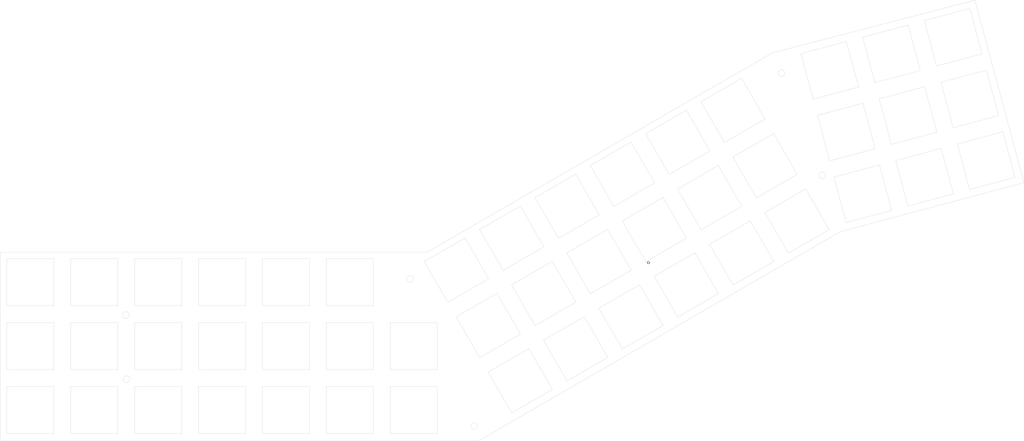
<source format=kicad_pcb>
(kicad_pcb (version 20171130) (host pcbnew "(5.1.5)-3")

  (general
    (thickness 1.6)
    (drawings 202)
    (tracks 4)
    (zones 0)
    (modules 0)
    (nets 1)
  )

  (page A4)
  (layers
    (0 F.Cu signal)
    (31 B.Cu signal)
    (32 B.Adhes user)
    (33 F.Adhes user)
    (34 B.Paste user)
    (35 F.Paste user)
    (36 B.SilkS user)
    (37 F.SilkS user)
    (38 B.Mask user)
    (39 F.Mask user)
    (40 Dwgs.User user)
    (41 Cmts.User user)
    (42 Eco1.User user)
    (43 Eco2.User user)
    (44 Edge.Cuts user)
    (45 Margin user)
    (46 B.CrtYd user)
    (47 F.CrtYd user)
    (48 B.Fab user)
    (49 F.Fab user)
  )

  (setup
    (last_trace_width 0.25)
    (trace_clearance 0.2)
    (zone_clearance 0.508)
    (zone_45_only no)
    (trace_min 0.2)
    (via_size 0.8)
    (via_drill 0.4)
    (via_min_size 0.4)
    (via_min_drill 0.3)
    (uvia_size 0.3)
    (uvia_drill 0.1)
    (uvias_allowed no)
    (uvia_min_size 0.2)
    (uvia_min_drill 0.1)
    (edge_width 0.05)
    (segment_width 0.2)
    (pcb_text_width 0.3)
    (pcb_text_size 1.5 1.5)
    (mod_edge_width 0.12)
    (mod_text_size 1 1)
    (mod_text_width 0.15)
    (pad_size 1.524 1.524)
    (pad_drill 0.762)
    (pad_to_mask_clearance 0.051)
    (solder_mask_min_width 0.25)
    (aux_axis_origin 0 0)
    (visible_elements 7FFFFFFF)
    (pcbplotparams
      (layerselection 0x010f0_ffffffff)
      (usegerberextensions false)
      (usegerberattributes false)
      (usegerberadvancedattributes false)
      (creategerberjobfile false)
      (excludeedgelayer true)
      (linewidth 0.100000)
      (plotframeref false)
      (viasonmask false)
      (mode 1)
      (useauxorigin false)
      (hpglpennumber 1)
      (hpglpenspeed 20)
      (hpglpendiameter 15.000000)
      (psnegative false)
      (psa4output false)
      (plotreference true)
      (plotvalue true)
      (plotinvisibletext false)
      (padsonsilk false)
      (subtractmaskfromsilk false)
      (outputformat 1)
      (mirror false)
      (drillshape 0)
      (scaleselection 1)
      (outputdirectory "../"))
  )

  (net 0 "")

  (net_class Default "Ceci est la Netclass par défaut."
    (clearance 0.2)
    (trace_width 0.25)
    (via_dia 0.8)
    (via_drill 0.4)
    (uvia_dia 0.3)
    (uvia_drill 0.1)
  )

  (gr_line (start 116.525181 129.662384) (end 116.525181 143.662384) (layer Edge.Cuts) (width 0.08))
  (gr_line (start 102.525181 143.662384) (end 116.525181 143.662384) (layer Edge.Cuts) (width 0.08))
  (gr_line (start 102.525181 129.662384) (end 102.525181 143.662384) (layer Edge.Cuts) (width 0.08))
  (gr_line (start 102.525181 148.662384) (end 116.525181 148.662384) (layer Edge.Cuts) (width 0.08))
  (gr_line (start 116.525181 148.662384) (end 116.525181 162.662384) (layer Edge.Cuts) (width 0.08))
  (gr_line (start 97.525181 148.662384) (end 97.525181 162.662384) (layer Edge.Cuts) (width 0.08))
  (gr_circle (center 24.103094 146.468264) (end 25.103094 146.468264) (layer Edge.Cuts) (width 0.08))
  (gr_circle (center 127.481094 160.412864) (end 128.481094 160.412864) (layer Edge.Cuts) (width 0.08))
  (gr_line (start 102.525181 162.662384) (end 116.525181 162.662384) (layer Edge.Cuts) (width 0.08))
  (gr_line (start 128.735346 164.833226) (end 236.284533 102.643105) (layer Edge.Cuts) (width 0.08))
  (gr_circle (center 231.011493 85.889265) (end 232.011493 85.889265) (layer Edge.Cuts) (width 0.08))
  (gr_line (start 102.525181 148.662384) (end 102.525181 162.662384) (layer Edge.Cuts) (width 0.08))
  (gr_line (start 276.416533 33.753225) (end 216.144873 49.433153) (layer Edge.Cuts) (width 0.08))
  (gr_line (start -13.474819 108.681796) (end -13.474819 164.833226) (layer Edge.Cuts) (width 0.08))
  (gr_circle (center 23.874494 127.392864) (end 24.874494 127.392864) (layer Edge.Cuts) (width 0.08))
  (gr_line (start 83.525181 148.662384) (end 97.525181 148.662384) (layer Edge.Cuts) (width 0.08))
  (gr_line (start 83.525181 162.662384) (end 97.525181 162.662384) (layer Edge.Cuts) (width 0.08))
  (gr_line (start 83.525181 148.662384) (end 83.525181 162.662384) (layer Edge.Cuts) (width 0.08))
  (gr_line (start 216.144873 49.433153) (end 113.545384 108.673065) (layer Edge.Cuts) (width 0.08))
  (gr_circle (center 218.819493 55.485465) (end 219.819493 55.485465) (layer Edge.Cuts) (width 0.08))
  (gr_line (start 113.545384 108.673065) (end -13.474819 108.681796) (layer Edge.Cuts) (width 0.08))
  (gr_line (start -13.474819 164.833226) (end 128.735346 164.833226) (layer Edge.Cuts) (width 0.08))
  (gr_line (start 290.945333 88.003053) (end 276.416533 33.753225) (layer Edge.Cuts) (width 0.08))
  (gr_line (start 236.284533 102.643105) (end 290.945333 88.003053) (layer Edge.Cuts) (width 0.08))
  (gr_circle (center 108.431094 116.623264) (end 109.431094 116.623264) (layer Edge.Cuts) (width 0.08))
  (gr_line (start 247.917671 63.107646) (end 251.541138 76.630608) (layer Edge.Cuts) (width 0.08))
  (gr_line (start 243.088042 64.401741) (end 246.711509 77.924703) (layer Edge.Cuts) (width 0.08))
  (gr_line (start 248.005604 82.754332) (end 251.629071 96.277294) (layer Edge.Cuts) (width 0.08))
  (gr_line (start -11.474819 124.662384) (end 2.525181 124.662384) (layer Edge.Cuts) (width 0.08))
  (gr_line (start 7.525181 110.662385) (end 21.525181 110.662385) (layer Edge.Cuts) (width 0.08))
  (gr_line (start -11.474819 110.662385) (end -11.474819 124.662384) (layer Edge.Cuts) (width 0.08))
  (gr_line (start 252.835233 81.460237) (end 256.4587 94.983198) (layer Edge.Cuts) (width 0.08))
  (gr_line (start 279.793224 54.566618) (end 283.41669 68.089579) (layer Edge.Cuts) (width 0.08))
  (gr_line (start 238.106109 99.90076) (end 251.629071 96.277294) (layer Edge.Cuts) (width 0.08))
  (gr_line (start 269.893729 71.713046) (end 283.41669 68.089579) (layer Edge.Cuts) (width 0.08))
  (gr_line (start 266.270262 58.190084) (end 269.893729 71.713046) (layer Edge.Cuts) (width 0.08))
  (gr_line (start 271.187824 76.542675) (end 284.710786 72.919208) (layer Edge.Cuts) (width 0.08))
  (gr_line (start 284.710786 72.919208) (end 288.334252 86.44217) (layer Edge.Cuts) (width 0.08))
  (gr_line (start 256.4587 94.983198) (end 269.981661 91.359732) (layer Edge.Cuts) (width 0.08))
  (gr_line (start 229.565081 68.025208) (end 233.188547 81.54817) (layer Edge.Cuts) (width 0.08))
  (gr_line (start 234.482643 86.377799) (end 238.106109 99.90076) (layer Edge.Cuts) (width 0.08))
  (gr_line (start 274.811291 90.065637) (end 288.334252 86.44217) (layer Edge.Cuts) (width 0.08))
  (gr_line (start 2.525181 110.662385) (end 2.525181 124.662384) (layer Edge.Cuts) (width 0.08))
  (gr_line (start 271.187824 76.542675) (end 274.811291 90.065637) (layer Edge.Cuts) (width 0.08))
  (gr_line (start 229.565081 68.025208) (end 243.088042 64.401741) (layer Edge.Cuts) (width 0.08))
  (gr_line (start 252.835233 81.460237) (end 266.358195 77.83677) (layer Edge.Cuts) (width 0.08))
  (gr_line (start 251.541138 76.630608) (end 265.0641 73.007141) (layer Edge.Cuts) (width 0.08))
  (gr_line (start 233.188547 81.54817) (end 246.711509 77.924703) (layer Edge.Cuts) (width 0.08))
  (gr_line (start 266.358195 77.83677) (end 269.981661 91.359732) (layer Edge.Cuts) (width 0.08))
  (gr_line (start -11.474819 110.662385) (end 2.525181 110.662385) (layer Edge.Cuts) (width 0.08))
  (gr_line (start 261.440633 59.48418) (end 265.0641 73.007141) (layer Edge.Cuts) (width 0.08))
  (gr_line (start 234.482643 86.377799) (end 248.005604 82.754332) (layer Edge.Cuts) (width 0.08))
  (gr_line (start 247.917671 63.107646) (end 261.440633 59.48418) (layer Edge.Cuts) (width 0.08))
  (gr_line (start -11.474819 162.662384) (end 2.525181 162.662384) (layer Edge.Cuts) (width 0.08))
  (gr_line (start 40.525181 148.662384) (end 40.525181 162.662384) (layer Edge.Cuts) (width 0.08))
  (gr_line (start 45.525181 124.662384) (end 59.525181 124.662384) (layer Edge.Cuts) (width 0.08))
  (gr_line (start 21.525181 129.662384) (end 21.525181 143.662384) (layer Edge.Cuts) (width 0.08))
  (gr_line (start 64.525181 110.662385) (end 78.525181 110.662385) (layer Edge.Cuts) (width 0.08))
  (gr_line (start 64.525181 148.662384) (end 64.525181 162.662384) (layer Edge.Cuts) (width 0.08))
  (gr_line (start 7.525181 148.662384) (end 21.525181 148.662384) (layer Edge.Cuts) (width 0.08))
  (gr_line (start -11.474819 129.662384) (end -11.474819 143.662384) (layer Edge.Cuts) (width 0.08))
  (gr_line (start -11.474819 148.662384) (end 2.525181 148.662384) (layer Edge.Cuts) (width 0.08))
  (gr_line (start 7.525181 148.662384) (end 7.525181 162.662384) (layer Edge.Cuts) (width 0.08))
  (gr_line (start 45.525181 129.662384) (end 45.525181 143.662384) (layer Edge.Cuts) (width 0.08))
  (gr_line (start 83.525181 143.662384) (end 97.525181 143.662384) (layer Edge.Cuts) (width 0.08))
  (gr_line (start 45.525181 143.662384) (end 59.525181 143.662384) (layer Edge.Cuts) (width 0.08))
  (gr_line (start 64.525181 124.662384) (end 78.525181 124.662384) (layer Edge.Cuts) (width 0.08))
  (gr_line (start 83.525181 129.662384) (end 83.525181 143.662384) (layer Edge.Cuts) (width 0.08))
  (gr_line (start 78.525181 148.662384) (end 78.525181 162.662384) (layer Edge.Cuts) (width 0.08))
  (gr_line (start 7.525181 129.662384) (end 7.525181 143.662384) (layer Edge.Cuts) (width 0.08))
  (gr_line (start 26.525181 129.662384) (end 40.525181 129.662384) (layer Edge.Cuts) (width 0.08))
  (gr_line (start 40.525181 129.662384) (end 40.525181 143.662384) (layer Edge.Cuts) (width 0.08))
  (gr_line (start 59.525181 110.662385) (end 59.525181 124.662384) (layer Edge.Cuts) (width 0.08))
  (gr_line (start 64.525181 129.662384) (end 78.525181 129.662384) (layer Edge.Cuts) (width 0.08))
  (gr_line (start 83.525181 110.662385) (end 97.525181 110.662385) (layer Edge.Cuts) (width 0.08))
  (gr_line (start 64.525181 129.662384) (end 64.525181 143.662384) (layer Edge.Cuts) (width 0.08))
  (gr_line (start 83.525181 124.662384) (end 97.525181 124.662384) (layer Edge.Cuts) (width 0.08))
  (gr_line (start 59.525181 129.662384) (end 59.525181 143.662384) (layer Edge.Cuts) (width 0.08))
  (gr_line (start 45.525181 162.662384) (end 59.525181 162.662384) (layer Edge.Cuts) (width 0.08))
  (gr_line (start 64.525181 143.662384) (end 78.525181 143.662384) (layer Edge.Cuts) (width 0.08))
  (gr_line (start 21.525181 110.662385) (end 21.525181 124.662384) (layer Edge.Cuts) (width 0.08))
  (gr_line (start -11.474819 148.662384) (end -11.474819 162.662384) (layer Edge.Cuts) (width 0.08))
  (gr_line (start 83.525181 110.662385) (end 83.525181 124.662384) (layer Edge.Cuts) (width 0.08))
  (gr_line (start 2.525181 148.662384) (end 2.525181 162.662384) (layer Edge.Cuts) (width 0.08))
  (gr_line (start -11.474819 143.662384) (end 2.525181 143.662384) (layer Edge.Cuts) (width 0.08))
  (gr_line (start 97.525181 129.662384) (end 97.525181 143.662384) (layer Edge.Cuts) (width 0.08))
  (gr_line (start 26.525181 129.662384) (end 26.525181 143.662384) (layer Edge.Cuts) (width 0.08))
  (gr_line (start 83.525181 129.662384) (end 97.525181 129.662384) (layer Edge.Cuts) (width 0.08))
  (gr_line (start 40.525181 110.662385) (end 40.525181 124.662384) (layer Edge.Cuts) (width 0.08))
  (gr_line (start 7.525181 129.662384) (end 21.525181 129.662384) (layer Edge.Cuts) (width 0.08))
  (gr_line (start 21.525181 148.662384) (end 21.525181 162.662384) (layer Edge.Cuts) (width 0.08))
  (gr_line (start 7.525181 162.662384) (end 21.525181 162.662384) (layer Edge.Cuts) (width 0.08))
  (gr_line (start 64.525181 162.662384) (end 78.525181 162.662384) (layer Edge.Cuts) (width 0.08))
  (gr_line (start 26.525181 162.662384) (end 40.525181 162.662384) (layer Edge.Cuts) (width 0.08))
  (gr_line (start 78.525181 129.662384) (end 78.525181 143.662384) (layer Edge.Cuts) (width 0.08))
  (gr_line (start 45.525181 148.662384) (end 59.525181 148.662384) (layer Edge.Cuts) (width 0.08))
  (gr_line (start 45.525181 110.662385) (end 45.525181 124.662384) (layer Edge.Cuts) (width 0.08))
  (gr_line (start 7.525181 124.662384) (end 21.525181 124.662384) (layer Edge.Cuts) (width 0.08))
  (gr_line (start 45.525181 148.662384) (end 45.525181 162.662384) (layer Edge.Cuts) (width 0.08))
  (gr_line (start 7.525181 110.662385) (end 7.525181 124.662384) (layer Edge.Cuts) (width 0.08))
  (gr_line (start 7.525181 143.662384) (end 21.525181 143.662384) (layer Edge.Cuts) (width 0.08))
  (gr_line (start 64.525181 148.662384) (end 78.525181 148.662384) (layer Edge.Cuts) (width 0.08))
  (gr_line (start 26.525181 110.662385) (end 40.525181 110.662385) (layer Edge.Cuts) (width 0.08))
  (gr_line (start 64.525181 110.662385) (end 64.525181 124.662384) (layer Edge.Cuts) (width 0.08))
  (gr_line (start 45.525181 110.662385) (end 59.525181 110.662385) (layer Edge.Cuts) (width 0.08))
  (gr_line (start 26.525181 124.662384) (end 40.525181 124.662384) (layer Edge.Cuts) (width 0.08))
  (gr_line (start 2.525181 129.662384) (end 2.525181 143.662384) (layer Edge.Cuts) (width 0.08))
  (gr_line (start -11.474819 129.662384) (end 2.525181 129.662384) (layer Edge.Cuts) (width 0.08))
  (gr_line (start 59.525181 148.662384) (end 59.525181 162.662384) (layer Edge.Cuts) (width 0.08))
  (gr_line (start 78.525181 110.662385) (end 78.525181 124.662384) (layer Edge.Cuts) (width 0.08))
  (gr_line (start 26.525181 110.662385) (end 26.525181 124.662384) (layer Edge.Cuts) (width 0.08))
  (gr_line (start 26.525181 148.662384) (end 26.525181 162.662384) (layer Edge.Cuts) (width 0.08))
  (gr_line (start 26.525181 143.662384) (end 40.525181 143.662384) (layer Edge.Cuts) (width 0.08))
  (gr_line (start 26.525181 148.662384) (end 40.525181 148.662384) (layer Edge.Cuts) (width 0.08))
  (gr_line (start 45.525181 129.662384) (end 59.525181 129.662384) (layer Edge.Cuts) (width 0.08))
  (gr_line (start 97.525181 110.662385) (end 97.525181 124.662384) (layer Edge.Cuts) (width 0.08))
  (gr_line (start 102.525181 129.662384) (end 116.525181 129.662384) (layer Edge.Cuts) (width 0.08))
  (gr_line (start 124.763553 104.467562) (end 112.639197 111.467562) (layer Edge.Cuts) (width 0.08))
  (gr_line (start 134.263553 120.922043) (end 141.263552 133.046399) (layer Edge.Cuts) (width 0.08))
  (gr_line (start 143.763552 137.376526) (end 150.763552 149.500882) (layer Edge.Cuts) (width 0.08))
  (gr_line (start 160.218035 127.876526) (end 167.218035 140.000882) (layer Edge.Cuts) (width 0.08))
  (gr_line (start 160.218035 127.876526) (end 148.093679 134.876526) (layer Edge.Cuts) (width 0.08))
  (gr_line (start 141.218035 94.967562) (end 129.09368 101.967562) (layer Edge.Cuts) (width 0.08))
  (gr_line (start 150.718035 111.422044) (end 138.593679 118.422043) (layer Edge.Cuts) (width 0.08))
  (gr_line (start 138.593679 118.422043) (end 145.593679 130.546399) (layer Edge.Cuts) (width 0.08))
  (gr_line (start 124.763553 104.467562) (end 131.763553 116.591916) (layer Edge.Cuts) (width 0.08))
  (gr_line (start 148.093679 134.876526) (end 155.093679 147.000882) (layer Edge.Cuts) (width 0.08))
  (gr_line (start 122.139197 127.922043) (end 129.139197 140.046399) (layer Edge.Cuts) (width 0.08))
  (gr_line (start 150.718035 111.422044) (end 157.718035 123.546399) (layer Edge.Cuts) (width 0.08))
  (gr_line (start 141.263552 133.046399) (end 129.139197 140.046399) (layer Edge.Cuts) (width 0.08))
  (gr_line (start 131.639197 144.376526) (end 138.639196 156.500882) (layer Edge.Cuts) (width 0.08))
  (gr_line (start 150.763552 149.500882) (end 138.639196 156.500882) (layer Edge.Cuts) (width 0.08))
  (gr_line (start 167.218035 140.000882) (end 155.093679 147.000882) (layer Edge.Cuts) (width 0.08))
  (gr_line (start 131.763553 116.591916) (end 119.639197 123.591916) (layer Edge.Cuts) (width 0.08))
  (gr_line (start 134.263553 120.922043) (end 122.139197 127.922043) (layer Edge.Cuts) (width 0.08))
  (gr_line (start 143.763552 137.376526) (end 131.639197 144.376526) (layer Edge.Cuts) (width 0.08))
  (gr_line (start 157.718035 123.546399) (end 145.593679 130.546399) (layer Edge.Cuts) (width 0.08))
  (gr_line (start 112.639197 111.467562) (end 119.639197 123.591916) (layer Edge.Cuts) (width 0.08))
  (gr_line (start 129.09368 101.967562) (end 136.09368 114.091916) (layer Edge.Cuts) (width 0.08))
  (gr_line (start 148.218035 107.091917) (end 136.09368 114.091916) (layer Edge.Cuts) (width 0.08))
  (gr_line (start 141.218035 94.967562) (end 148.218035 107.091917) (layer Edge.Cuts) (width 0.08))
  (gr_line (start 164.672517 97.591917) (end 152.548162 104.591917) (layer Edge.Cuts) (width 0.08))
  (gr_line (start 174.127 75.967562) (end 162.002644 82.967562) (layer Edge.Cuts) (width 0.08))
  (gr_line (start 223.535965 85.5464) (end 211.41161 92.5464) (layer Edge.Cuts) (width 0.08))
  (gr_line (start 243.00011 44.755055) (end 246.623576 58.278017) (layer Edge.Cuts) (width 0.08))
  (gr_line (start 207.081483 95.0464) (end 194.957127 102.0464) (layer Edge.Cuts) (width 0.08))
  (gr_line (start 216.535965 73.422044) (end 223.535965 85.5464) (layer Edge.Cuts) (width 0.08))
  (gr_line (start 226.035965 89.876527) (end 233.035965 102.000883) (layer Edge.Cuts) (width 0.08))
  (gr_line (start 183.627 92.422044) (end 190.627 104.5464) (layer Edge.Cuts) (width 0.08))
  (gr_line (start 178.457127 73.467562) (end 185.457127 85.591917) (layer Edge.Cuts) (width 0.08))
  (gr_line (start 187.957127 89.922044) (end 194.957127 102.0464) (layer Edge.Cuts) (width 0.08))
  (gr_line (start 224.647519 49.672617) (end 228.270985 63.195579) (layer Edge.Cuts) (width 0.08))
  (gr_line (start 261.3527 39.837494) (end 274.875662 36.214027) (layer Edge.Cuts) (width 0.08))
  (gr_line (start 243.00011 44.755055) (end 256.523071 41.131589) (layer Edge.Cuts) (width 0.08))
  (gr_line (start 274.875662 36.214027) (end 278.499128 49.736989) (layer Edge.Cuts) (width 0.08))
  (gr_line (start 197.581483 78.591917) (end 185.457127 85.591917) (layer Edge.Cuts) (width 0.08))
  (gr_line (start 209.581483 99.376527) (end 197.457127 106.376527) (layer Edge.Cuts) (width 0.08))
  (gr_line (start 194.91161 63.967562) (end 201.91161 76.091917) (layer Edge.Cuts) (width 0.08))
  (gr_line (start 204.41161 80.422044) (end 211.41161 92.5464) (layer Edge.Cuts) (width 0.08))
  (gr_line (start 176.672517 118.376526) (end 183.672517 130.500882) (layer Edge.Cuts) (width 0.08))
  (gr_line (start 256.523071 41.131589) (end 260.146538 54.65455) (layer Edge.Cuts) (width 0.08))
  (gr_line (start 167.172517 101.922044) (end 155.048162 108.922044) (layer Edge.Cuts) (width 0.08))
  (gr_line (start 190.581483 66.467562) (end 178.457127 73.467562) (layer Edge.Cuts) (width 0.08))
  (gr_line (start 209.581483 99.376527) (end 216.581483 111.500883) (layer Edge.Cuts) (width 0.08))
  (gr_line (start 207.035965 56.967562) (end 194.91161 63.967562) (layer Edge.Cuts) (width 0.08))
  (gr_line (start 157.672517 85.467562) (end 145.548162 92.467562) (layer Edge.Cuts) (width 0.08))
  (gr_line (start 213.91161 96.876527) (end 220.91161 109.000883) (layer Edge.Cuts) (width 0.08))
  (gr_line (start 145.548162 92.467562) (end 152.548162 104.591917) (layer Edge.Cuts) (width 0.08))
  (gr_line (start 216.535965 73.422044) (end 204.41161 80.422044) (layer Edge.Cuts) (width 0.08))
  (gr_line (start 197.457127 106.376527) (end 204.457127 118.500882) (layer Edge.Cuts) (width 0.08))
  (gr_line (start 157.672517 85.467562) (end 164.672517 97.591917) (layer Edge.Cuts) (width 0.08))
  (gr_line (start 176.672517 118.376526) (end 164.548162 125.376526) (layer Edge.Cuts) (width 0.08))
  (gr_line (start 171.502644 99.422044) (end 178.502644 111.5464) (layer Edge.Cuts) (width 0.08))
  (gr_line (start 193.127 108.876527) (end 181.002644 115.876526) (layer Edge.Cuts) (width 0.08))
  (gr_line (start 214.035965 69.091917) (end 201.91161 76.091917) (layer Edge.Cuts) (width 0.08))
  (gr_line (start 233.035965 102.000883) (end 220.91161 109.000883) (layer Edge.Cuts) (width 0.08))
  (gr_line (start 238.17048 46.049151) (end 241.793947 59.572112) (layer Edge.Cuts) (width 0.08))
  (gr_line (start 261.3527 39.837494) (end 264.976167 53.360455) (layer Edge.Cuts) (width 0.08))
  (gr_line (start 200.081483 82.922044) (end 207.081483 95.0464) (layer Edge.Cuts) (width 0.08))
  (gr_line (start 228.270985 63.195579) (end 241.793947 59.572112) (layer Edge.Cuts) (width 0.08))
  (gr_line (start 167.172517 101.922044) (end 174.172517 114.046399) (layer Edge.Cuts) (width 0.08))
  (gr_line (start 162.002644 82.967562) (end 169.002644 95.091917) (layer Edge.Cuts) (width 0.08))
  (gr_line (start 181.127 88.091917) (end 169.002644 95.091917) (layer Edge.Cuts) (width 0.08))
  (gr_line (start 174.127 75.967562) (end 181.127 88.091917) (layer Edge.Cuts) (width 0.08))
  (gr_line (start 183.672517 130.500882) (end 171.548162 137.500882) (layer Edge.Cuts) (width 0.08))
  (gr_line (start 183.627 92.422044) (end 171.502644 99.422044) (layer Edge.Cuts) (width 0.08))
  (gr_line (start 246.623576 58.278017) (end 260.146538 54.65455) (layer Edge.Cuts) (width 0.08))
  (gr_line (start 155.048162 108.922044) (end 162.048162 121.046399) (layer Edge.Cuts) (width 0.08))
  (gr_line (start 207.035965 56.967562) (end 214.035965 69.091917) (layer Edge.Cuts) (width 0.08))
  (gr_line (start 174.172517 114.046399) (end 162.048162 121.046399) (layer Edge.Cuts) (width 0.08))
  (gr_line (start 200.081483 82.922044) (end 187.957127 89.922044) (layer Edge.Cuts) (width 0.08))
  (gr_line (start 216.581483 111.500883) (end 204.457127 118.500882) (layer Edge.Cuts) (width 0.08))
  (gr_line (start 266.270262 58.190084) (end 279.793224 54.566618) (layer Edge.Cuts) (width 0.08))
  (gr_line (start 164.548162 125.376526) (end 171.548162 137.500882) (layer Edge.Cuts) (width 0.08))
  (gr_line (start 190.581483 66.467562) (end 197.581483 78.591917) (layer Edge.Cuts) (width 0.08))
  (gr_line (start 193.127 108.876527) (end 200.127 121.000882) (layer Edge.Cuts) (width 0.08))
  (gr_line (start 226.035965 89.876527) (end 213.91161 96.876527) (layer Edge.Cuts) (width 0.08))
  (gr_line (start 264.976167 53.360455) (end 278.499128 49.736989) (layer Edge.Cuts) (width 0.08))
  (gr_line (start 224.647519 49.672617) (end 238.17048 46.049151) (layer Edge.Cuts) (width 0.08))
  (gr_line (start 200.127 121.000882) (end 188.002644 128.000882) (layer Edge.Cuts) (width 0.08))
  (gr_line (start 181.002644 115.876526) (end 188.002644 128.000882) (layer Edge.Cuts) (width 0.08))
  (gr_line (start 190.627 104.5464) (end 178.502644 111.5464) (layer Edge.Cuts) (width 0.08))

  (via (at 179.297071 111.826746) (size 0.8) (drill 0.4) (layers F.Cu B.Cu) (net 0))
  (segment (start 179.0954 111.7854) (end 179.255725 111.7854) (width 0.25) (layer B.Cu) (net 0))
  (segment (start 179.255725 111.7854) (end 179.297071 111.826746) (width 0.25) (layer B.Cu) (net 0))
  (segment (start 179.297071 111.826746) (end 179.306525 111.8362) (width 0.25) (layer F.Cu) (net 0))

)

</source>
